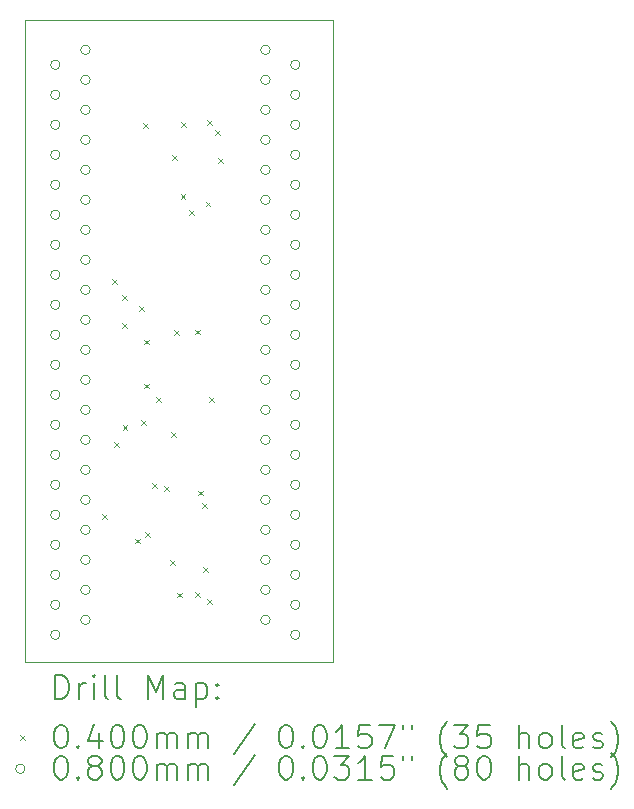
<source format=gbr>
%TF.GenerationSoftware,KiCad,Pcbnew,(6.0.9)*%
%TF.CreationDate,2024-11-23T18:31:45+01:00*%
%TF.ProjectId,Sombrero_MSX_Goa'uld,536f6d62-7265-4726-9f5f-4d53585f476f,rev?*%
%TF.SameCoordinates,Original*%
%TF.FileFunction,Drillmap*%
%TF.FilePolarity,Positive*%
%FSLAX45Y45*%
G04 Gerber Fmt 4.5, Leading zero omitted, Abs format (unit mm)*
G04 Created by KiCad (PCBNEW (6.0.9)) date 2024-11-23 18:31:45*
%MOMM*%
%LPD*%
G01*
G04 APERTURE LIST*
%ADD10C,0.050000*%
%ADD11C,0.200000*%
%ADD12C,0.040000*%
%ADD13C,0.080000*%
G04 APERTURE END LIST*
D10*
X13462000Y-7366000D02*
X16065500Y-7366000D01*
X16065500Y-7366000D02*
X16065500Y-12801600D01*
X16065500Y-12801600D02*
X13462000Y-12801600D01*
X13462000Y-12801600D02*
X13462000Y-7366000D01*
D11*
D12*
X14115220Y-11553580D02*
X14155220Y-11593580D01*
X14155220Y-11553580D02*
X14115220Y-11593580D01*
X14196290Y-9564510D02*
X14236290Y-9604510D01*
X14236290Y-9564510D02*
X14196290Y-9604510D01*
X14213670Y-10942540D02*
X14253670Y-10982540D01*
X14253670Y-10942540D02*
X14213670Y-10982540D01*
X14279090Y-9699740D02*
X14319090Y-9739740D01*
X14319090Y-9699740D02*
X14279090Y-9739740D01*
X14283220Y-9933040D02*
X14323220Y-9973040D01*
X14323220Y-9933040D02*
X14283220Y-9973040D01*
X14287050Y-10795460D02*
X14327050Y-10835460D01*
X14327050Y-10795460D02*
X14287050Y-10835460D01*
X14389970Y-11758880D02*
X14429970Y-11798880D01*
X14429970Y-11758880D02*
X14389970Y-11798880D01*
X14427930Y-9789530D02*
X14467930Y-9829530D01*
X14467930Y-9789530D02*
X14427930Y-9829530D01*
X14439510Y-10758010D02*
X14479510Y-10798010D01*
X14479510Y-10758010D02*
X14439510Y-10798010D01*
X14457750Y-8241690D02*
X14497750Y-8281690D01*
X14497750Y-8241690D02*
X14457750Y-8281690D01*
X14465720Y-10072800D02*
X14505720Y-10112800D01*
X14505720Y-10072800D02*
X14465720Y-10112800D01*
X14465810Y-10447080D02*
X14505810Y-10487080D01*
X14505810Y-10447080D02*
X14465810Y-10487080D01*
X14478650Y-11702350D02*
X14518650Y-11742350D01*
X14518650Y-11702350D02*
X14478650Y-11742350D01*
X14537120Y-11287190D02*
X14577120Y-11327190D01*
X14577120Y-11287190D02*
X14537120Y-11327190D01*
X14566650Y-10560150D02*
X14606650Y-10600150D01*
X14606650Y-10560150D02*
X14566650Y-10600150D01*
X14638380Y-11314420D02*
X14678380Y-11354420D01*
X14678380Y-11314420D02*
X14638380Y-11354420D01*
X14686040Y-11942920D02*
X14726040Y-11982920D01*
X14726040Y-11942920D02*
X14686040Y-11982920D01*
X14695880Y-10856810D02*
X14735880Y-10896810D01*
X14735880Y-10856810D02*
X14695880Y-10896810D01*
X14707990Y-8512630D02*
X14747990Y-8552630D01*
X14747990Y-8512630D02*
X14707990Y-8552630D01*
X14719500Y-9992830D02*
X14759500Y-10032830D01*
X14759500Y-9992830D02*
X14719500Y-10032830D01*
X14747500Y-12215350D02*
X14787500Y-12255350D01*
X14787500Y-12215350D02*
X14747500Y-12255350D01*
X14776090Y-8843020D02*
X14816090Y-8883020D01*
X14816090Y-8843020D02*
X14776090Y-8883020D01*
X14782590Y-8229890D02*
X14822590Y-8269890D01*
X14822590Y-8229890D02*
X14782590Y-8269890D01*
X14849650Y-8978460D02*
X14889650Y-9018460D01*
X14889650Y-8978460D02*
X14849650Y-9018460D01*
X14901780Y-12214010D02*
X14941780Y-12254010D01*
X14941780Y-12214010D02*
X14901780Y-12254010D01*
X14902390Y-9988670D02*
X14942390Y-10028670D01*
X14942390Y-9988670D02*
X14902390Y-10028670D01*
X14926590Y-11352830D02*
X14966590Y-11392830D01*
X14966590Y-11352830D02*
X14926590Y-11392830D01*
X14958760Y-11457990D02*
X14998760Y-11497990D01*
X14998760Y-11457990D02*
X14958760Y-11497990D01*
X14966130Y-12000750D02*
X15006130Y-12040750D01*
X15006130Y-12000750D02*
X14966130Y-12040750D01*
X14987830Y-8904470D02*
X15027830Y-8944470D01*
X15027830Y-8904470D02*
X14987830Y-8944470D01*
X14999290Y-8214240D02*
X15039290Y-8254240D01*
X15039290Y-8214240D02*
X14999290Y-8254240D01*
X15004330Y-12268110D02*
X15044330Y-12308110D01*
X15044330Y-12268110D02*
X15004330Y-12308110D01*
X15019020Y-10560940D02*
X15059020Y-10600940D01*
X15059020Y-10560940D02*
X15019020Y-10600940D01*
X15068530Y-8299100D02*
X15108530Y-8339100D01*
X15108530Y-8299100D02*
X15068530Y-8339100D01*
X15097330Y-8535330D02*
X15137330Y-8575330D01*
X15137330Y-8535330D02*
X15097330Y-8575330D01*
D13*
X13756000Y-7747000D02*
G75*
G03*
X13756000Y-7747000I-40000J0D01*
G01*
X13756000Y-8001000D02*
G75*
G03*
X13756000Y-8001000I-40000J0D01*
G01*
X13756000Y-8255000D02*
G75*
G03*
X13756000Y-8255000I-40000J0D01*
G01*
X13756000Y-8509000D02*
G75*
G03*
X13756000Y-8509000I-40000J0D01*
G01*
X13756000Y-8763000D02*
G75*
G03*
X13756000Y-8763000I-40000J0D01*
G01*
X13756000Y-9017000D02*
G75*
G03*
X13756000Y-9017000I-40000J0D01*
G01*
X13756000Y-9271000D02*
G75*
G03*
X13756000Y-9271000I-40000J0D01*
G01*
X13756000Y-9525000D02*
G75*
G03*
X13756000Y-9525000I-40000J0D01*
G01*
X13756000Y-9779000D02*
G75*
G03*
X13756000Y-9779000I-40000J0D01*
G01*
X13756000Y-10033000D02*
G75*
G03*
X13756000Y-10033000I-40000J0D01*
G01*
X13756000Y-10287000D02*
G75*
G03*
X13756000Y-10287000I-40000J0D01*
G01*
X13756000Y-10541000D02*
G75*
G03*
X13756000Y-10541000I-40000J0D01*
G01*
X13756000Y-10795000D02*
G75*
G03*
X13756000Y-10795000I-40000J0D01*
G01*
X13756000Y-11049000D02*
G75*
G03*
X13756000Y-11049000I-40000J0D01*
G01*
X13756000Y-11303000D02*
G75*
G03*
X13756000Y-11303000I-40000J0D01*
G01*
X13756000Y-11557000D02*
G75*
G03*
X13756000Y-11557000I-40000J0D01*
G01*
X13756000Y-11811000D02*
G75*
G03*
X13756000Y-11811000I-40000J0D01*
G01*
X13756000Y-12065000D02*
G75*
G03*
X13756000Y-12065000I-40000J0D01*
G01*
X13756000Y-12319000D02*
G75*
G03*
X13756000Y-12319000I-40000J0D01*
G01*
X13756000Y-12573000D02*
G75*
G03*
X13756000Y-12573000I-40000J0D01*
G01*
X14011000Y-7620000D02*
G75*
G03*
X14011000Y-7620000I-40000J0D01*
G01*
X14011000Y-7874000D02*
G75*
G03*
X14011000Y-7874000I-40000J0D01*
G01*
X14011000Y-8128000D02*
G75*
G03*
X14011000Y-8128000I-40000J0D01*
G01*
X14011000Y-8382000D02*
G75*
G03*
X14011000Y-8382000I-40000J0D01*
G01*
X14011000Y-8636000D02*
G75*
G03*
X14011000Y-8636000I-40000J0D01*
G01*
X14011000Y-8890000D02*
G75*
G03*
X14011000Y-8890000I-40000J0D01*
G01*
X14011000Y-9144000D02*
G75*
G03*
X14011000Y-9144000I-40000J0D01*
G01*
X14011000Y-9398000D02*
G75*
G03*
X14011000Y-9398000I-40000J0D01*
G01*
X14011000Y-9652000D02*
G75*
G03*
X14011000Y-9652000I-40000J0D01*
G01*
X14011000Y-9906000D02*
G75*
G03*
X14011000Y-9906000I-40000J0D01*
G01*
X14011000Y-10160000D02*
G75*
G03*
X14011000Y-10160000I-40000J0D01*
G01*
X14011000Y-10414000D02*
G75*
G03*
X14011000Y-10414000I-40000J0D01*
G01*
X14011000Y-10668000D02*
G75*
G03*
X14011000Y-10668000I-40000J0D01*
G01*
X14011000Y-10922000D02*
G75*
G03*
X14011000Y-10922000I-40000J0D01*
G01*
X14011000Y-11176000D02*
G75*
G03*
X14011000Y-11176000I-40000J0D01*
G01*
X14011000Y-11430000D02*
G75*
G03*
X14011000Y-11430000I-40000J0D01*
G01*
X14011000Y-11684000D02*
G75*
G03*
X14011000Y-11684000I-40000J0D01*
G01*
X14011000Y-11938000D02*
G75*
G03*
X14011000Y-11938000I-40000J0D01*
G01*
X14011000Y-12192000D02*
G75*
G03*
X14011000Y-12192000I-40000J0D01*
G01*
X14011000Y-12446000D02*
G75*
G03*
X14011000Y-12446000I-40000J0D01*
G01*
X15535000Y-7620000D02*
G75*
G03*
X15535000Y-7620000I-40000J0D01*
G01*
X15535000Y-7874000D02*
G75*
G03*
X15535000Y-7874000I-40000J0D01*
G01*
X15535000Y-8128000D02*
G75*
G03*
X15535000Y-8128000I-40000J0D01*
G01*
X15535000Y-8382000D02*
G75*
G03*
X15535000Y-8382000I-40000J0D01*
G01*
X15535000Y-8636000D02*
G75*
G03*
X15535000Y-8636000I-40000J0D01*
G01*
X15535000Y-8890000D02*
G75*
G03*
X15535000Y-8890000I-40000J0D01*
G01*
X15535000Y-9144000D02*
G75*
G03*
X15535000Y-9144000I-40000J0D01*
G01*
X15535000Y-9398000D02*
G75*
G03*
X15535000Y-9398000I-40000J0D01*
G01*
X15535000Y-9652000D02*
G75*
G03*
X15535000Y-9652000I-40000J0D01*
G01*
X15535000Y-9906000D02*
G75*
G03*
X15535000Y-9906000I-40000J0D01*
G01*
X15535000Y-10160000D02*
G75*
G03*
X15535000Y-10160000I-40000J0D01*
G01*
X15535000Y-10414000D02*
G75*
G03*
X15535000Y-10414000I-40000J0D01*
G01*
X15535000Y-10668000D02*
G75*
G03*
X15535000Y-10668000I-40000J0D01*
G01*
X15535000Y-10922000D02*
G75*
G03*
X15535000Y-10922000I-40000J0D01*
G01*
X15535000Y-11176000D02*
G75*
G03*
X15535000Y-11176000I-40000J0D01*
G01*
X15535000Y-11430000D02*
G75*
G03*
X15535000Y-11430000I-40000J0D01*
G01*
X15535000Y-11684000D02*
G75*
G03*
X15535000Y-11684000I-40000J0D01*
G01*
X15535000Y-11938000D02*
G75*
G03*
X15535000Y-11938000I-40000J0D01*
G01*
X15535000Y-12192000D02*
G75*
G03*
X15535000Y-12192000I-40000J0D01*
G01*
X15535000Y-12446000D02*
G75*
G03*
X15535000Y-12446000I-40000J0D01*
G01*
X15788000Y-7747000D02*
G75*
G03*
X15788000Y-7747000I-40000J0D01*
G01*
X15788000Y-8001000D02*
G75*
G03*
X15788000Y-8001000I-40000J0D01*
G01*
X15788000Y-8255000D02*
G75*
G03*
X15788000Y-8255000I-40000J0D01*
G01*
X15788000Y-8509000D02*
G75*
G03*
X15788000Y-8509000I-40000J0D01*
G01*
X15788000Y-8763000D02*
G75*
G03*
X15788000Y-8763000I-40000J0D01*
G01*
X15788000Y-9017000D02*
G75*
G03*
X15788000Y-9017000I-40000J0D01*
G01*
X15788000Y-9271000D02*
G75*
G03*
X15788000Y-9271000I-40000J0D01*
G01*
X15788000Y-9525000D02*
G75*
G03*
X15788000Y-9525000I-40000J0D01*
G01*
X15788000Y-9779000D02*
G75*
G03*
X15788000Y-9779000I-40000J0D01*
G01*
X15788000Y-10033000D02*
G75*
G03*
X15788000Y-10033000I-40000J0D01*
G01*
X15788000Y-10287000D02*
G75*
G03*
X15788000Y-10287000I-40000J0D01*
G01*
X15788000Y-10541000D02*
G75*
G03*
X15788000Y-10541000I-40000J0D01*
G01*
X15788000Y-10795000D02*
G75*
G03*
X15788000Y-10795000I-40000J0D01*
G01*
X15788000Y-11049000D02*
G75*
G03*
X15788000Y-11049000I-40000J0D01*
G01*
X15788000Y-11303000D02*
G75*
G03*
X15788000Y-11303000I-40000J0D01*
G01*
X15788000Y-11557000D02*
G75*
G03*
X15788000Y-11557000I-40000J0D01*
G01*
X15788000Y-11811000D02*
G75*
G03*
X15788000Y-11811000I-40000J0D01*
G01*
X15788000Y-12065000D02*
G75*
G03*
X15788000Y-12065000I-40000J0D01*
G01*
X15788000Y-12319000D02*
G75*
G03*
X15788000Y-12319000I-40000J0D01*
G01*
X15788000Y-12573000D02*
G75*
G03*
X15788000Y-12573000I-40000J0D01*
G01*
D11*
X13717119Y-13114576D02*
X13717119Y-12914576D01*
X13764738Y-12914576D01*
X13793309Y-12924100D01*
X13812357Y-12943148D01*
X13821881Y-12962195D01*
X13831405Y-13000290D01*
X13831405Y-13028862D01*
X13821881Y-13066957D01*
X13812357Y-13086005D01*
X13793309Y-13105052D01*
X13764738Y-13114576D01*
X13717119Y-13114576D01*
X13917119Y-13114576D02*
X13917119Y-12981243D01*
X13917119Y-13019338D02*
X13926643Y-13000290D01*
X13936167Y-12990767D01*
X13955214Y-12981243D01*
X13974262Y-12981243D01*
X14040928Y-13114576D02*
X14040928Y-12981243D01*
X14040928Y-12914576D02*
X14031405Y-12924100D01*
X14040928Y-12933624D01*
X14050452Y-12924100D01*
X14040928Y-12914576D01*
X14040928Y-12933624D01*
X14164738Y-13114576D02*
X14145690Y-13105052D01*
X14136167Y-13086005D01*
X14136167Y-12914576D01*
X14269500Y-13114576D02*
X14250452Y-13105052D01*
X14240928Y-13086005D01*
X14240928Y-12914576D01*
X14498071Y-13114576D02*
X14498071Y-12914576D01*
X14564738Y-13057433D01*
X14631405Y-12914576D01*
X14631405Y-13114576D01*
X14812357Y-13114576D02*
X14812357Y-13009814D01*
X14802833Y-12990767D01*
X14783786Y-12981243D01*
X14745690Y-12981243D01*
X14726643Y-12990767D01*
X14812357Y-13105052D02*
X14793309Y-13114576D01*
X14745690Y-13114576D01*
X14726643Y-13105052D01*
X14717119Y-13086005D01*
X14717119Y-13066957D01*
X14726643Y-13047909D01*
X14745690Y-13038386D01*
X14793309Y-13038386D01*
X14812357Y-13028862D01*
X14907595Y-12981243D02*
X14907595Y-13181243D01*
X14907595Y-12990767D02*
X14926643Y-12981243D01*
X14964738Y-12981243D01*
X14983786Y-12990767D01*
X14993309Y-13000290D01*
X15002833Y-13019338D01*
X15002833Y-13076481D01*
X14993309Y-13095528D01*
X14983786Y-13105052D01*
X14964738Y-13114576D01*
X14926643Y-13114576D01*
X14907595Y-13105052D01*
X15088548Y-13095528D02*
X15098071Y-13105052D01*
X15088548Y-13114576D01*
X15079024Y-13105052D01*
X15088548Y-13095528D01*
X15088548Y-13114576D01*
X15088548Y-12990767D02*
X15098071Y-13000290D01*
X15088548Y-13009814D01*
X15079024Y-13000290D01*
X15088548Y-12990767D01*
X15088548Y-13009814D01*
D12*
X13419500Y-13424100D02*
X13459500Y-13464100D01*
X13459500Y-13424100D02*
X13419500Y-13464100D01*
D11*
X13755214Y-13334576D02*
X13774262Y-13334576D01*
X13793309Y-13344100D01*
X13802833Y-13353624D01*
X13812357Y-13372671D01*
X13821881Y-13410767D01*
X13821881Y-13458386D01*
X13812357Y-13496481D01*
X13802833Y-13515528D01*
X13793309Y-13525052D01*
X13774262Y-13534576D01*
X13755214Y-13534576D01*
X13736167Y-13525052D01*
X13726643Y-13515528D01*
X13717119Y-13496481D01*
X13707595Y-13458386D01*
X13707595Y-13410767D01*
X13717119Y-13372671D01*
X13726643Y-13353624D01*
X13736167Y-13344100D01*
X13755214Y-13334576D01*
X13907595Y-13515528D02*
X13917119Y-13525052D01*
X13907595Y-13534576D01*
X13898071Y-13525052D01*
X13907595Y-13515528D01*
X13907595Y-13534576D01*
X14088548Y-13401243D02*
X14088548Y-13534576D01*
X14040928Y-13325052D02*
X13993309Y-13467909D01*
X14117119Y-13467909D01*
X14231405Y-13334576D02*
X14250452Y-13334576D01*
X14269500Y-13344100D01*
X14279024Y-13353624D01*
X14288548Y-13372671D01*
X14298071Y-13410767D01*
X14298071Y-13458386D01*
X14288548Y-13496481D01*
X14279024Y-13515528D01*
X14269500Y-13525052D01*
X14250452Y-13534576D01*
X14231405Y-13534576D01*
X14212357Y-13525052D01*
X14202833Y-13515528D01*
X14193309Y-13496481D01*
X14183786Y-13458386D01*
X14183786Y-13410767D01*
X14193309Y-13372671D01*
X14202833Y-13353624D01*
X14212357Y-13344100D01*
X14231405Y-13334576D01*
X14421881Y-13334576D02*
X14440928Y-13334576D01*
X14459976Y-13344100D01*
X14469500Y-13353624D01*
X14479024Y-13372671D01*
X14488548Y-13410767D01*
X14488548Y-13458386D01*
X14479024Y-13496481D01*
X14469500Y-13515528D01*
X14459976Y-13525052D01*
X14440928Y-13534576D01*
X14421881Y-13534576D01*
X14402833Y-13525052D01*
X14393309Y-13515528D01*
X14383786Y-13496481D01*
X14374262Y-13458386D01*
X14374262Y-13410767D01*
X14383786Y-13372671D01*
X14393309Y-13353624D01*
X14402833Y-13344100D01*
X14421881Y-13334576D01*
X14574262Y-13534576D02*
X14574262Y-13401243D01*
X14574262Y-13420290D02*
X14583786Y-13410767D01*
X14602833Y-13401243D01*
X14631405Y-13401243D01*
X14650452Y-13410767D01*
X14659976Y-13429814D01*
X14659976Y-13534576D01*
X14659976Y-13429814D02*
X14669500Y-13410767D01*
X14688548Y-13401243D01*
X14717119Y-13401243D01*
X14736167Y-13410767D01*
X14745690Y-13429814D01*
X14745690Y-13534576D01*
X14840928Y-13534576D02*
X14840928Y-13401243D01*
X14840928Y-13420290D02*
X14850452Y-13410767D01*
X14869500Y-13401243D01*
X14898071Y-13401243D01*
X14917119Y-13410767D01*
X14926643Y-13429814D01*
X14926643Y-13534576D01*
X14926643Y-13429814D02*
X14936167Y-13410767D01*
X14955214Y-13401243D01*
X14983786Y-13401243D01*
X15002833Y-13410767D01*
X15012357Y-13429814D01*
X15012357Y-13534576D01*
X15402833Y-13325052D02*
X15231405Y-13582195D01*
X15659976Y-13334576D02*
X15679024Y-13334576D01*
X15698071Y-13344100D01*
X15707595Y-13353624D01*
X15717119Y-13372671D01*
X15726643Y-13410767D01*
X15726643Y-13458386D01*
X15717119Y-13496481D01*
X15707595Y-13515528D01*
X15698071Y-13525052D01*
X15679024Y-13534576D01*
X15659976Y-13534576D01*
X15640928Y-13525052D01*
X15631405Y-13515528D01*
X15621881Y-13496481D01*
X15612357Y-13458386D01*
X15612357Y-13410767D01*
X15621881Y-13372671D01*
X15631405Y-13353624D01*
X15640928Y-13344100D01*
X15659976Y-13334576D01*
X15812357Y-13515528D02*
X15821881Y-13525052D01*
X15812357Y-13534576D01*
X15802833Y-13525052D01*
X15812357Y-13515528D01*
X15812357Y-13534576D01*
X15945690Y-13334576D02*
X15964738Y-13334576D01*
X15983786Y-13344100D01*
X15993309Y-13353624D01*
X16002833Y-13372671D01*
X16012357Y-13410767D01*
X16012357Y-13458386D01*
X16002833Y-13496481D01*
X15993309Y-13515528D01*
X15983786Y-13525052D01*
X15964738Y-13534576D01*
X15945690Y-13534576D01*
X15926643Y-13525052D01*
X15917119Y-13515528D01*
X15907595Y-13496481D01*
X15898071Y-13458386D01*
X15898071Y-13410767D01*
X15907595Y-13372671D01*
X15917119Y-13353624D01*
X15926643Y-13344100D01*
X15945690Y-13334576D01*
X16202833Y-13534576D02*
X16088548Y-13534576D01*
X16145690Y-13534576D02*
X16145690Y-13334576D01*
X16126643Y-13363148D01*
X16107595Y-13382195D01*
X16088548Y-13391719D01*
X16383786Y-13334576D02*
X16288548Y-13334576D01*
X16279024Y-13429814D01*
X16288548Y-13420290D01*
X16307595Y-13410767D01*
X16355214Y-13410767D01*
X16374262Y-13420290D01*
X16383786Y-13429814D01*
X16393309Y-13448862D01*
X16393309Y-13496481D01*
X16383786Y-13515528D01*
X16374262Y-13525052D01*
X16355214Y-13534576D01*
X16307595Y-13534576D01*
X16288548Y-13525052D01*
X16279024Y-13515528D01*
X16459976Y-13334576D02*
X16593309Y-13334576D01*
X16507595Y-13534576D01*
X16659976Y-13334576D02*
X16659976Y-13372671D01*
X16736167Y-13334576D02*
X16736167Y-13372671D01*
X17031405Y-13610767D02*
X17021881Y-13601243D01*
X17002833Y-13572671D01*
X16993310Y-13553624D01*
X16983786Y-13525052D01*
X16974262Y-13477433D01*
X16974262Y-13439338D01*
X16983786Y-13391719D01*
X16993310Y-13363148D01*
X17002833Y-13344100D01*
X17021881Y-13315528D01*
X17031405Y-13306005D01*
X17088548Y-13334576D02*
X17212357Y-13334576D01*
X17145690Y-13410767D01*
X17174262Y-13410767D01*
X17193310Y-13420290D01*
X17202833Y-13429814D01*
X17212357Y-13448862D01*
X17212357Y-13496481D01*
X17202833Y-13515528D01*
X17193310Y-13525052D01*
X17174262Y-13534576D01*
X17117119Y-13534576D01*
X17098071Y-13525052D01*
X17088548Y-13515528D01*
X17393310Y-13334576D02*
X17298071Y-13334576D01*
X17288548Y-13429814D01*
X17298071Y-13420290D01*
X17317119Y-13410767D01*
X17364738Y-13410767D01*
X17383786Y-13420290D01*
X17393310Y-13429814D01*
X17402833Y-13448862D01*
X17402833Y-13496481D01*
X17393310Y-13515528D01*
X17383786Y-13525052D01*
X17364738Y-13534576D01*
X17317119Y-13534576D01*
X17298071Y-13525052D01*
X17288548Y-13515528D01*
X17640929Y-13534576D02*
X17640929Y-13334576D01*
X17726643Y-13534576D02*
X17726643Y-13429814D01*
X17717119Y-13410767D01*
X17698071Y-13401243D01*
X17669500Y-13401243D01*
X17650452Y-13410767D01*
X17640929Y-13420290D01*
X17850452Y-13534576D02*
X17831405Y-13525052D01*
X17821881Y-13515528D01*
X17812357Y-13496481D01*
X17812357Y-13439338D01*
X17821881Y-13420290D01*
X17831405Y-13410767D01*
X17850452Y-13401243D01*
X17879024Y-13401243D01*
X17898071Y-13410767D01*
X17907595Y-13420290D01*
X17917119Y-13439338D01*
X17917119Y-13496481D01*
X17907595Y-13515528D01*
X17898071Y-13525052D01*
X17879024Y-13534576D01*
X17850452Y-13534576D01*
X18031405Y-13534576D02*
X18012357Y-13525052D01*
X18002833Y-13506005D01*
X18002833Y-13334576D01*
X18183786Y-13525052D02*
X18164738Y-13534576D01*
X18126643Y-13534576D01*
X18107595Y-13525052D01*
X18098071Y-13506005D01*
X18098071Y-13429814D01*
X18107595Y-13410767D01*
X18126643Y-13401243D01*
X18164738Y-13401243D01*
X18183786Y-13410767D01*
X18193310Y-13429814D01*
X18193310Y-13448862D01*
X18098071Y-13467909D01*
X18269500Y-13525052D02*
X18288548Y-13534576D01*
X18326643Y-13534576D01*
X18345690Y-13525052D01*
X18355214Y-13506005D01*
X18355214Y-13496481D01*
X18345690Y-13477433D01*
X18326643Y-13467909D01*
X18298071Y-13467909D01*
X18279024Y-13458386D01*
X18269500Y-13439338D01*
X18269500Y-13429814D01*
X18279024Y-13410767D01*
X18298071Y-13401243D01*
X18326643Y-13401243D01*
X18345690Y-13410767D01*
X18421881Y-13610767D02*
X18431405Y-13601243D01*
X18450452Y-13572671D01*
X18459976Y-13553624D01*
X18469500Y-13525052D01*
X18479024Y-13477433D01*
X18479024Y-13439338D01*
X18469500Y-13391719D01*
X18459976Y-13363148D01*
X18450452Y-13344100D01*
X18431405Y-13315528D01*
X18421881Y-13306005D01*
D13*
X13459500Y-13708100D02*
G75*
G03*
X13459500Y-13708100I-40000J0D01*
G01*
D11*
X13755214Y-13598576D02*
X13774262Y-13598576D01*
X13793309Y-13608100D01*
X13802833Y-13617624D01*
X13812357Y-13636671D01*
X13821881Y-13674767D01*
X13821881Y-13722386D01*
X13812357Y-13760481D01*
X13802833Y-13779528D01*
X13793309Y-13789052D01*
X13774262Y-13798576D01*
X13755214Y-13798576D01*
X13736167Y-13789052D01*
X13726643Y-13779528D01*
X13717119Y-13760481D01*
X13707595Y-13722386D01*
X13707595Y-13674767D01*
X13717119Y-13636671D01*
X13726643Y-13617624D01*
X13736167Y-13608100D01*
X13755214Y-13598576D01*
X13907595Y-13779528D02*
X13917119Y-13789052D01*
X13907595Y-13798576D01*
X13898071Y-13789052D01*
X13907595Y-13779528D01*
X13907595Y-13798576D01*
X14031405Y-13684290D02*
X14012357Y-13674767D01*
X14002833Y-13665243D01*
X13993309Y-13646195D01*
X13993309Y-13636671D01*
X14002833Y-13617624D01*
X14012357Y-13608100D01*
X14031405Y-13598576D01*
X14069500Y-13598576D01*
X14088548Y-13608100D01*
X14098071Y-13617624D01*
X14107595Y-13636671D01*
X14107595Y-13646195D01*
X14098071Y-13665243D01*
X14088548Y-13674767D01*
X14069500Y-13684290D01*
X14031405Y-13684290D01*
X14012357Y-13693814D01*
X14002833Y-13703338D01*
X13993309Y-13722386D01*
X13993309Y-13760481D01*
X14002833Y-13779528D01*
X14012357Y-13789052D01*
X14031405Y-13798576D01*
X14069500Y-13798576D01*
X14088548Y-13789052D01*
X14098071Y-13779528D01*
X14107595Y-13760481D01*
X14107595Y-13722386D01*
X14098071Y-13703338D01*
X14088548Y-13693814D01*
X14069500Y-13684290D01*
X14231405Y-13598576D02*
X14250452Y-13598576D01*
X14269500Y-13608100D01*
X14279024Y-13617624D01*
X14288548Y-13636671D01*
X14298071Y-13674767D01*
X14298071Y-13722386D01*
X14288548Y-13760481D01*
X14279024Y-13779528D01*
X14269500Y-13789052D01*
X14250452Y-13798576D01*
X14231405Y-13798576D01*
X14212357Y-13789052D01*
X14202833Y-13779528D01*
X14193309Y-13760481D01*
X14183786Y-13722386D01*
X14183786Y-13674767D01*
X14193309Y-13636671D01*
X14202833Y-13617624D01*
X14212357Y-13608100D01*
X14231405Y-13598576D01*
X14421881Y-13598576D02*
X14440928Y-13598576D01*
X14459976Y-13608100D01*
X14469500Y-13617624D01*
X14479024Y-13636671D01*
X14488548Y-13674767D01*
X14488548Y-13722386D01*
X14479024Y-13760481D01*
X14469500Y-13779528D01*
X14459976Y-13789052D01*
X14440928Y-13798576D01*
X14421881Y-13798576D01*
X14402833Y-13789052D01*
X14393309Y-13779528D01*
X14383786Y-13760481D01*
X14374262Y-13722386D01*
X14374262Y-13674767D01*
X14383786Y-13636671D01*
X14393309Y-13617624D01*
X14402833Y-13608100D01*
X14421881Y-13598576D01*
X14574262Y-13798576D02*
X14574262Y-13665243D01*
X14574262Y-13684290D02*
X14583786Y-13674767D01*
X14602833Y-13665243D01*
X14631405Y-13665243D01*
X14650452Y-13674767D01*
X14659976Y-13693814D01*
X14659976Y-13798576D01*
X14659976Y-13693814D02*
X14669500Y-13674767D01*
X14688548Y-13665243D01*
X14717119Y-13665243D01*
X14736167Y-13674767D01*
X14745690Y-13693814D01*
X14745690Y-13798576D01*
X14840928Y-13798576D02*
X14840928Y-13665243D01*
X14840928Y-13684290D02*
X14850452Y-13674767D01*
X14869500Y-13665243D01*
X14898071Y-13665243D01*
X14917119Y-13674767D01*
X14926643Y-13693814D01*
X14926643Y-13798576D01*
X14926643Y-13693814D02*
X14936167Y-13674767D01*
X14955214Y-13665243D01*
X14983786Y-13665243D01*
X15002833Y-13674767D01*
X15012357Y-13693814D01*
X15012357Y-13798576D01*
X15402833Y-13589052D02*
X15231405Y-13846195D01*
X15659976Y-13598576D02*
X15679024Y-13598576D01*
X15698071Y-13608100D01*
X15707595Y-13617624D01*
X15717119Y-13636671D01*
X15726643Y-13674767D01*
X15726643Y-13722386D01*
X15717119Y-13760481D01*
X15707595Y-13779528D01*
X15698071Y-13789052D01*
X15679024Y-13798576D01*
X15659976Y-13798576D01*
X15640928Y-13789052D01*
X15631405Y-13779528D01*
X15621881Y-13760481D01*
X15612357Y-13722386D01*
X15612357Y-13674767D01*
X15621881Y-13636671D01*
X15631405Y-13617624D01*
X15640928Y-13608100D01*
X15659976Y-13598576D01*
X15812357Y-13779528D02*
X15821881Y-13789052D01*
X15812357Y-13798576D01*
X15802833Y-13789052D01*
X15812357Y-13779528D01*
X15812357Y-13798576D01*
X15945690Y-13598576D02*
X15964738Y-13598576D01*
X15983786Y-13608100D01*
X15993309Y-13617624D01*
X16002833Y-13636671D01*
X16012357Y-13674767D01*
X16012357Y-13722386D01*
X16002833Y-13760481D01*
X15993309Y-13779528D01*
X15983786Y-13789052D01*
X15964738Y-13798576D01*
X15945690Y-13798576D01*
X15926643Y-13789052D01*
X15917119Y-13779528D01*
X15907595Y-13760481D01*
X15898071Y-13722386D01*
X15898071Y-13674767D01*
X15907595Y-13636671D01*
X15917119Y-13617624D01*
X15926643Y-13608100D01*
X15945690Y-13598576D01*
X16079024Y-13598576D02*
X16202833Y-13598576D01*
X16136167Y-13674767D01*
X16164738Y-13674767D01*
X16183786Y-13684290D01*
X16193309Y-13693814D01*
X16202833Y-13712862D01*
X16202833Y-13760481D01*
X16193309Y-13779528D01*
X16183786Y-13789052D01*
X16164738Y-13798576D01*
X16107595Y-13798576D01*
X16088548Y-13789052D01*
X16079024Y-13779528D01*
X16393309Y-13798576D02*
X16279024Y-13798576D01*
X16336167Y-13798576D02*
X16336167Y-13598576D01*
X16317119Y-13627148D01*
X16298071Y-13646195D01*
X16279024Y-13655719D01*
X16574262Y-13598576D02*
X16479024Y-13598576D01*
X16469500Y-13693814D01*
X16479024Y-13684290D01*
X16498071Y-13674767D01*
X16545690Y-13674767D01*
X16564738Y-13684290D01*
X16574262Y-13693814D01*
X16583786Y-13712862D01*
X16583786Y-13760481D01*
X16574262Y-13779528D01*
X16564738Y-13789052D01*
X16545690Y-13798576D01*
X16498071Y-13798576D01*
X16479024Y-13789052D01*
X16469500Y-13779528D01*
X16659976Y-13598576D02*
X16659976Y-13636671D01*
X16736167Y-13598576D02*
X16736167Y-13636671D01*
X17031405Y-13874767D02*
X17021881Y-13865243D01*
X17002833Y-13836671D01*
X16993310Y-13817624D01*
X16983786Y-13789052D01*
X16974262Y-13741433D01*
X16974262Y-13703338D01*
X16983786Y-13655719D01*
X16993310Y-13627148D01*
X17002833Y-13608100D01*
X17021881Y-13579528D01*
X17031405Y-13570005D01*
X17136167Y-13684290D02*
X17117119Y-13674767D01*
X17107595Y-13665243D01*
X17098071Y-13646195D01*
X17098071Y-13636671D01*
X17107595Y-13617624D01*
X17117119Y-13608100D01*
X17136167Y-13598576D01*
X17174262Y-13598576D01*
X17193310Y-13608100D01*
X17202833Y-13617624D01*
X17212357Y-13636671D01*
X17212357Y-13646195D01*
X17202833Y-13665243D01*
X17193310Y-13674767D01*
X17174262Y-13684290D01*
X17136167Y-13684290D01*
X17117119Y-13693814D01*
X17107595Y-13703338D01*
X17098071Y-13722386D01*
X17098071Y-13760481D01*
X17107595Y-13779528D01*
X17117119Y-13789052D01*
X17136167Y-13798576D01*
X17174262Y-13798576D01*
X17193310Y-13789052D01*
X17202833Y-13779528D01*
X17212357Y-13760481D01*
X17212357Y-13722386D01*
X17202833Y-13703338D01*
X17193310Y-13693814D01*
X17174262Y-13684290D01*
X17336167Y-13598576D02*
X17355214Y-13598576D01*
X17374262Y-13608100D01*
X17383786Y-13617624D01*
X17393310Y-13636671D01*
X17402833Y-13674767D01*
X17402833Y-13722386D01*
X17393310Y-13760481D01*
X17383786Y-13779528D01*
X17374262Y-13789052D01*
X17355214Y-13798576D01*
X17336167Y-13798576D01*
X17317119Y-13789052D01*
X17307595Y-13779528D01*
X17298071Y-13760481D01*
X17288548Y-13722386D01*
X17288548Y-13674767D01*
X17298071Y-13636671D01*
X17307595Y-13617624D01*
X17317119Y-13608100D01*
X17336167Y-13598576D01*
X17640929Y-13798576D02*
X17640929Y-13598576D01*
X17726643Y-13798576D02*
X17726643Y-13693814D01*
X17717119Y-13674767D01*
X17698071Y-13665243D01*
X17669500Y-13665243D01*
X17650452Y-13674767D01*
X17640929Y-13684290D01*
X17850452Y-13798576D02*
X17831405Y-13789052D01*
X17821881Y-13779528D01*
X17812357Y-13760481D01*
X17812357Y-13703338D01*
X17821881Y-13684290D01*
X17831405Y-13674767D01*
X17850452Y-13665243D01*
X17879024Y-13665243D01*
X17898071Y-13674767D01*
X17907595Y-13684290D01*
X17917119Y-13703338D01*
X17917119Y-13760481D01*
X17907595Y-13779528D01*
X17898071Y-13789052D01*
X17879024Y-13798576D01*
X17850452Y-13798576D01*
X18031405Y-13798576D02*
X18012357Y-13789052D01*
X18002833Y-13770005D01*
X18002833Y-13598576D01*
X18183786Y-13789052D02*
X18164738Y-13798576D01*
X18126643Y-13798576D01*
X18107595Y-13789052D01*
X18098071Y-13770005D01*
X18098071Y-13693814D01*
X18107595Y-13674767D01*
X18126643Y-13665243D01*
X18164738Y-13665243D01*
X18183786Y-13674767D01*
X18193310Y-13693814D01*
X18193310Y-13712862D01*
X18098071Y-13731909D01*
X18269500Y-13789052D02*
X18288548Y-13798576D01*
X18326643Y-13798576D01*
X18345690Y-13789052D01*
X18355214Y-13770005D01*
X18355214Y-13760481D01*
X18345690Y-13741433D01*
X18326643Y-13731909D01*
X18298071Y-13731909D01*
X18279024Y-13722386D01*
X18269500Y-13703338D01*
X18269500Y-13693814D01*
X18279024Y-13674767D01*
X18298071Y-13665243D01*
X18326643Y-13665243D01*
X18345690Y-13674767D01*
X18421881Y-13874767D02*
X18431405Y-13865243D01*
X18450452Y-13836671D01*
X18459976Y-13817624D01*
X18469500Y-13789052D01*
X18479024Y-13741433D01*
X18479024Y-13703338D01*
X18469500Y-13655719D01*
X18459976Y-13627148D01*
X18450452Y-13608100D01*
X18431405Y-13579528D01*
X18421881Y-13570005D01*
M02*

</source>
